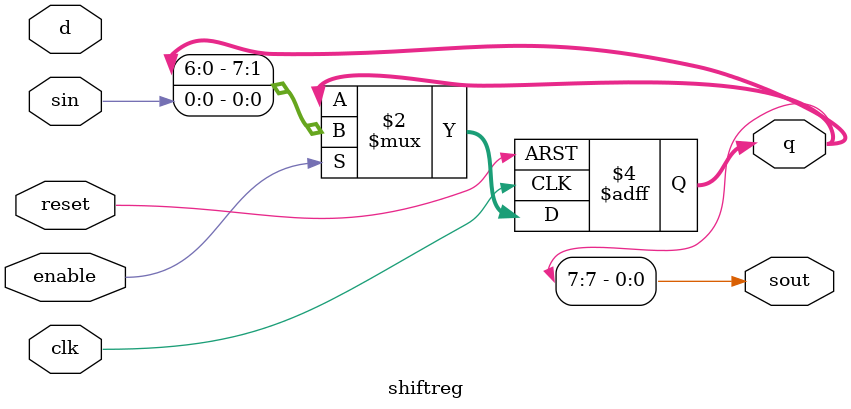
<source format=sv>
module shiftreg #(parameter N = 8) (input logic clk, 
												input logic reset, enable, 
												input logic sin, 
												input logic [N-1:0] d, 
												output logic [N-1:0] q, 
												output logic sout);
												
	always_ff @(posedge clk, posedge reset)
		if (reset) q <=0;
		else if (enable) q<={q[N-2:0], sin};
	assign sout = q[N-1];
 
endmodule 
</source>
